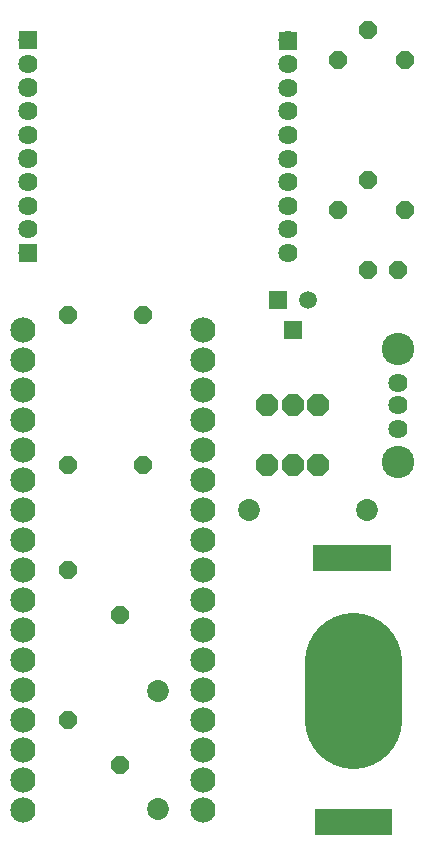
<source format=gbr>
G04 EAGLE Gerber RS-274X export*
G75*
%MOIN*%
%FSLAX34Y34*%
%LPD*%
%INSoldermask Bottom*%
%IPPOS*%
%AMOC8*
5,1,8,0,0,1.08239X$1,22.5*%
G01*
%ADD10R,0.133000X0.088000*%
%ADD11C,0.322961*%
%ADD12C,0.073000*%
%ADD13P,0.080097X8X202.500000*%
%ADD14C,0.082000*%
%ADD15R,0.064000X0.064000*%
%ADD16C,0.064000*%
%ADD17P,0.064943X8X202.500000*%
%ADD18P,0.064943X8X292.500000*%
%ADD19P,0.064943X8X112.500000*%
%ADD20C,0.108000*%
%ADD21C,0.084000*%
%ADD22C,0.059000*%
%ADD23R,0.059000X0.059000*%


D10*
X11850Y9900D03*
D11*
X12500Y6484D02*
X12500Y4516D01*
D10*
X13150Y1100D03*
X13100Y9900D03*
X11900Y1100D03*
D12*
X9031Y11500D03*
X12969Y11500D03*
X6000Y5469D03*
X6000Y1531D03*
D13*
X11350Y13000D03*
X10500Y13000D03*
X9650Y13000D03*
X11350Y15000D03*
X10500Y15000D03*
X9650Y15000D03*
D14*
X7500Y17500D03*
X7500Y16500D03*
X7500Y15500D03*
X7500Y14500D03*
X7500Y13500D03*
X7500Y12500D03*
X7500Y11500D03*
X7500Y10500D03*
X7500Y9500D03*
X7500Y8500D03*
X7500Y7500D03*
X7500Y6500D03*
X7500Y5500D03*
X7500Y4500D03*
X7500Y3500D03*
X7500Y2500D03*
X7500Y1500D03*
X1500Y1500D03*
X1500Y2500D03*
X1500Y3500D03*
X1500Y4500D03*
X1500Y5500D03*
X1500Y6500D03*
X1500Y7500D03*
X1500Y8500D03*
X1500Y9500D03*
X1500Y10500D03*
X1500Y11500D03*
X1500Y12500D03*
X1500Y13500D03*
X1500Y14500D03*
X1500Y15500D03*
X1500Y16500D03*
X1500Y17500D03*
D15*
X10330Y27163D03*
D16*
X10330Y26376D03*
X10330Y25589D03*
X10330Y24801D03*
X10330Y24014D03*
X10330Y23226D03*
X10330Y22439D03*
X10330Y21651D03*
X10330Y20864D03*
X10330Y20077D03*
D15*
X1670Y20087D03*
D16*
X1670Y20874D03*
X1670Y21661D03*
X1670Y22449D03*
X1670Y23236D03*
X1670Y24024D03*
X1670Y24811D03*
X1670Y25599D03*
X1670Y26386D03*
X1670Y27173D03*
D17*
X14000Y19500D03*
X13000Y19500D03*
D18*
X3000Y9500D03*
X3000Y4500D03*
D19*
X12000Y21500D03*
X12000Y26500D03*
X14250Y21500D03*
X14250Y26500D03*
D18*
X13000Y27500D03*
X13000Y22500D03*
X3000Y18000D03*
X3000Y13000D03*
D19*
X5500Y13000D03*
X5500Y18000D03*
D16*
X14000Y15000D03*
D20*
X14000Y16890D03*
X14000Y13110D03*
D16*
X14000Y14213D03*
X14000Y15748D03*
D21*
X1500Y1500D03*
X1500Y2500D03*
X1500Y3500D03*
X1500Y4500D03*
X1500Y5500D03*
X1500Y6500D03*
X1500Y7500D03*
X1500Y8500D03*
X1500Y9500D03*
X1500Y10500D03*
X1500Y11500D03*
X7500Y14500D03*
X7500Y13500D03*
X1500Y14500D03*
X1500Y15500D03*
X1500Y16500D03*
X1500Y17500D03*
X7500Y17500D03*
X7500Y16500D03*
X7500Y15500D03*
X1500Y12500D03*
X1500Y13500D03*
X7500Y12500D03*
X7500Y11500D03*
X7500Y10500D03*
X7500Y9500D03*
X7500Y8500D03*
X7500Y7500D03*
X7500Y6500D03*
X7500Y5500D03*
X7500Y4500D03*
X7500Y3500D03*
X7500Y2500D03*
X7500Y1500D03*
D16*
X1669Y20079D03*
X1669Y20866D03*
X1669Y21654D03*
X1669Y22441D03*
X1669Y23228D03*
X1669Y24016D03*
X1669Y24803D03*
X1669Y25591D03*
X1669Y26378D03*
D15*
X1669Y27165D03*
D16*
X10331Y20079D03*
X10331Y20866D03*
X10331Y21654D03*
X10331Y22441D03*
X10331Y23228D03*
X10331Y24016D03*
X10331Y24803D03*
X10331Y25591D03*
X10331Y26378D03*
X10331Y27165D03*
D22*
X11000Y18500D03*
D23*
X10500Y17500D03*
X10000Y18500D03*
D19*
X4750Y3000D03*
X4750Y8000D03*
M02*

</source>
